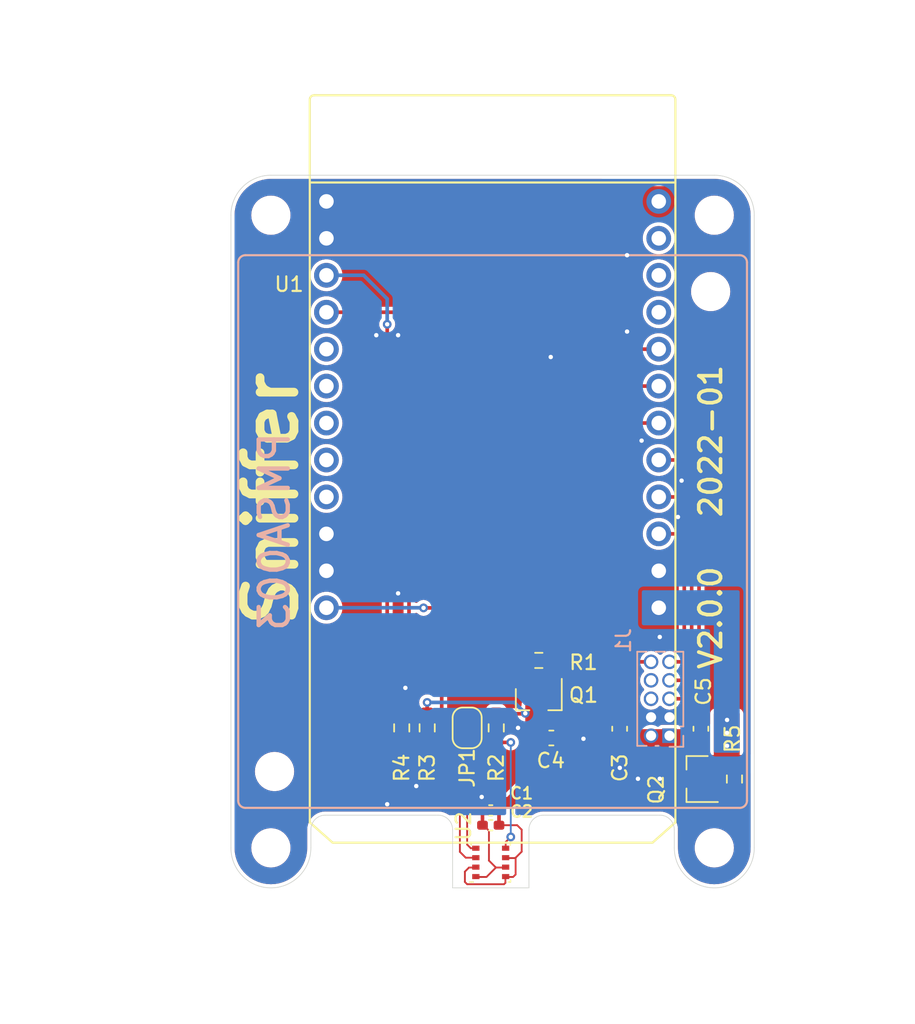
<source format=kicad_pcb>
(kicad_pcb (version 20211014) (generator pcbnew)
  (layers (0 "F.Cu" signal) (31 "B.Cu" signal) (34 "B.Paste" user) (35 "F.Paste" user) (36 "B.SilkS" user "B.Silkscreen") (37 "F.SilkS" user "F.Silkscreen") (38 "B.Mask" user) (39 "F.Mask" user) (44 "Edge.Cuts" user))
  (net 0 "")
  (net 1 "+3V3")
  (net 2 "GND")
  (net 3 "/SCL")
  (net 4 "/SDA")
  (net 5 "/BME_VDDIO")
  (net 6 "Net-(J2-Pad1)")
  (net 7 "+5V")
  (net 8 "/PMS_RESET")
  (net 10 "/PMS_RX")
  (net 12 "/PMS_TX")
  (net 13 "/PMS_SET")
  (net 14 "Net-(JP1-Pad1)")
  (net 21 "/BME_PWR_EN")
  (net 22 "/PMS_PWR_EN")
  (footprint "Package_TO_SOT_SMD:SOT-23" (layer "F.Cu") (at 103.9785 113.028 -90)
    (fp_text reference "Q1" (at -0.278 -3.0715 180) (layer "F.SilkS"))
    (fp_text value "Si2371EDS")
    (fp_line (start 0.76 -1.58) (end -1.4 -1.58) (layer "F.SilkS") (width 0.12))
    (fp_line (start 0.76 1.58) (end -0.7 1.58) (layer "F.SilkS") (width 0.12))
    (fp_line (start 0.76 -1.58) (end 0.76 -0.65) (layer "F.SilkS") (width 0.12))
    (fp_line (start 0.76 1.58) (end 0.76 0.65) (layer "F.SilkS") (width 0.12))
    (pad "1" smd rect locked (at -1 -0.95 270) (size 0.9 0.8) (layers "F.Cu" "F.Paste" "F.Mask") (net 21 "/BME_PWR_EN"))
    (pad "2" smd rect locked (at -1 0.95 270) (size 0.9 0.8) (layers "F.Cu" "F.Paste" "F.Mask") (net 1 "+3V3"))
    (pad "3" smd rect locked (at 1 0 270) (size 0.9 0.8) (layers "F.Cu" "F.Paste" "F.Mask") (net 5 "/BME_VDDIO"))
  )
  (footprint "sniffer:TTGO-T-DISPLAY-OL-2" (layer "F.Cu") (at 100.8 91.5)
    (fp_text reference "U1" (at -14 -7) (layer "F.SilkS"))
    (fp_text value "TTGO-T-Display")
    (fp_line (start -12.575 30) (end -11 31.394) (layer "F.SilkS") (width 0.15))
    (fp_line (start -12.275 -20) (end 12.275 -20) (layer "F.SilkS") (width 0.15))
    (fp_line (start 12.575 30) (end 12.575 -19.7) (layer "F.SilkS") (width 0.15))
    (fp_line (start -12.575 30) (end -12.575 -19.7) (layer "F.SilkS") (width 0.15))
    (fp_line (start -12.575 -14) (end 12.575 -14) (layer "F.SilkS") (width 0.15))
    (fp_line (start -11 31.394) (end 11 31.394) (layer "F.SilkS") (width 0.15))
    (fp_line (start 11 31.394) (end 12.575 30) (layer "F.SilkS") (width 0.15))
    (fp_arc (start -12.575 -19.7) (mid -12.487132 -19.912132) (end -12.275 -20) (layer "F.SilkS") (width 0.15))
    (fp_arc (start 12.275 -20) (mid 12.487132 -19.912132) (end 12.575 -19.7) (layer "F.SilkS") (width 0.15))
    (pad "2" thru_hole circle locked (at -11.43 0) (size 1.7 1.7) (drill 1) (layers *.Cu *.Mask))
    (pad "3V3_0" thru_hole circle locked (at -11.43 15.24) (size 1.7 1.7) (drill 1) (layers *.Cu *.Mask) (net 1 "+3V3"))
    (pad "3V3_1" thru_hole circle locked (at 11.43 -12.7) (size 1.7 1.7) (drill 1) (layers *.Cu *.Mask) (net 1 "+3V3"))
    (pad "5V" thru_hole circle locked (at 11.43 15.24) (size 1.7 1.7) (drill 1) (layers *.Cu *.Mask) (net 7 "+5V"))
    (pad "12" thru_hole circle locked (at -11.43 7.62) (size 1.7 1.7) (drill 1) (layers *.Cu *.Mask))
    (pad "13" thru_hole circle locked (at -11.43 5.08) (size 1.7 1.7) (drill 1) (layers *.Cu *.Mask))
    (pad "15" thru_hole circle locked (at -11.43 2.54) (size 1.7 1.7) (drill 1) (layers *.Cu *.Mask))
    (pad "17" thru_hole circle locked (at -11.43 -2.54) (size 1.7 1.7) (drill 1) (layers *.Cu *.Mask))
    (pad "21" thru_hole circle locked (at -11.43 -7.62) (size 1.7 1.7) (drill 1) (layers *.Cu *.Mask) (net 4 "/SDA"))
    (pad "22" thru_hole circle locked (at -11.43 -5.08) (size 1.7 1.7) (drill 1) (layers *.Cu *.Mask) (net 3 "/SCL"))
    (pad "25" thru_hole circle locked (at 11.43 5.08) (size 1.7 1.7) (drill 1) (layers *.Cu *.Mask) (net 8 "/PMS_RESET"))
    (pad "26" thru_hole circle locked (at 11.43 7.62) (size 1.7 1.7) (drill 1) (layers *.Cu *.Mask) (net 10 "/PMS_RX"))
    (pad "27" thru_hole circle locked (at 11.43 10.16) (size 1.7 1.7) (drill 1) (layers *.Cu *.Mask) (net 12 "/PMS_TX"))
    (pad "32" thru_hole circle locked (at 11.43 0) (size 1.7 1.7) (drill 1) (layers *.Cu *.Mask) (net 22 "/PMS_PWR_EN"))
    (pad "33" thru_hole circle locked (at 11.43 2.54) (size 1.7 1.7) (drill 1) (layers *.Cu *.Mask) (net 13 "/PMS_SET"))
    (pad "36" thru_hole circle locked (at 11.43 -10.16) (size 1.7 1.7) (drill 1) (layers *.Cu *.Mask))
    (pad "37" thru_hole circle locked (at 11.43 -7.62) (size 1.7 1.7) (drill 1) (layers *.Cu *.Mask))
    (pad "38" thru_hole circle locked (at 11.43 -5.08) (size 1.7 1.7) (drill 1) (layers *.Cu *.Mask))
    (pad "39" thru_hole circle locked (at 11.43 -2.54) (size 1.7 1.7) (drill 1) (layers *.Cu *.Mask) (net 21 "/BME_PWR_EN"))
    (pad "GND_0" thru_hole circle locked (at -11.43 -12.7) (size 1.7 1.7) (drill 1) (layers *.Cu *.Mask) (net 2 "GND"))
    (pad "GND_1" thru_hole circle locked (at -11.43 -10.16) (size 1.7 1.7) (drill 1) (layers *.Cu *.Mask) (net 2 "GND"))
    (pad "GND_2" thru_hole circle locked (at -11.43 10.16) (size 1.7 1.7) (drill 1) (layers *.Cu *.Mask) (net 2 "GND"))
    (pad "GND_3" thru_hole circle locked (at -11.43 12.7) (size 1.7 1.7) (drill 1) (layers *.Cu *.Mask) (net 2 "GND"))
    (pad "GND_4" thru_hole circle locked (at 11.43 12.7) (size 1.7 1.7) (drill 1) (layers *.Cu *.Mask) (net 2 "GND"))
  )
  (footprint "Jumper:SolderJumper-2_P1.3mm_Bridged_RoundedPad1.0x1.5mm" (layer "F.Cu") (at 99.05 115 90)
    (fp_text reference "JP1" (at -2.75 0 90) (layer "F.SilkS"))
    (fp_text value "SolderJumper_2_Bridged")
    (fp_poly (pts (xy 0.25 -0.3) (xy -0.25 -0.3) (xy -0.25 0.3) (xy 0.25 0.3)) (layer "F.Cu") (width 0) (fill solid))
    (fp_line (start -1.4 0.3) (end -1.4 -0.3) (layer "F.SilkS") (width 0.12))
    (fp_line (start 0.7 1) (end -0.7 1) (layer "F.SilkS") (width 0.12))
    (fp_line (start 1.4 -0.3) (end 1.4 0.3) (layer "F.SilkS") (width 0.12))
    (fp_line (start -0.7 -1) (end 0.7 -1) (layer "F.SilkS") (width 0.12))
    (fp_arc (start -1.4 -0.3) (mid -1.194975 -0.794975) (end -0.7 -1) (layer "F.SilkS") (width 0.12))
    (fp_arc (start 0.7 -1) (mid 1.194975 -0.794975) (end 1.4 -0.3) (layer "F.SilkS") (width 0.12))
    (fp_arc (start -0.7 1) (mid -1.194975 0.794975) (end -1.4 0.3) (layer "F.SilkS") (width 0.12))
    (fp_arc (start 1.4 0.3) (mid 1.194975 0.794975) (end 0.7 1) (layer "F.SilkS") (width 0.12))
    (pad "1" smd custom locked (at -0.65 0 90) (size 1 0.5) (layers "F.Cu" "F.Mask") (net 14 "Net-(JP1-Pad1)") (options (clearance outline) (anchor rect)) (primitives (gr_circle (center 0 0.25) (end 0.5 0.25) (width 0) (fill yes)) (gr_circle (center 0 -0.25) (end 0.5 -0.25) (width 0) (fill yes)) (gr_poly (pts (xy 0 -0.75) (xy 0.5 -0.75) (xy 0.5 0.75) (xy 0 0.75)) (width 0) (fill yes))))
    (pad "2" smd custom locked (at 0.65 0 90) (size 1 0.5) (layers "F.Cu" "F.Mask") (net 2 "GND") (options (clearance outline) (anchor rect)) (primitives (gr_circle (center 0 0.25) (end 0.5 0.25) (width 0) (fill yes)) (gr_circle (center 0 -0.25) (end 0.5 -0.25) (width 0) (fill yes)) (gr_poly (pts (xy 0 -0.75) (xy -0.5 -0.75) (xy -0.5 0.75) (xy 0 0.75)) (width 0) (fill yes))))
  )
  (footprint "Package_TO_SOT_SMD:SOT-23" (layer "F.Cu") (at 114.897 118.518 180)
    (fp_text reference "Q2" (at 2.847 -0.732 90) (layer "F.SilkS"))
    (fp_text value "Si2371EDS")
    (fp_line (start 0.76 -1.58) (end -1.4 -1.58) (layer "F.SilkS") (width 0.12))
    (fp_line (start 0.76 1.58) (end -0.7 1.58) (layer "F.SilkS") (width 0.12))
    (fp_line (start 0.76 1.58) (end 0.76 0.65) (layer "F.SilkS") (width 0.12))
    (fp_line (start 0.76 -1.58) (end 0.76 -0.65) (layer "F.SilkS") (width 0.12))
    (pad "1" smd rect locked (at -1 -0.95 180) (size 0.9 0.8) (layers "F.Cu" "F.Paste" "F.Mask") (net 22 "/PMS_PWR_EN"))
    (pad "2" smd rect locked (at -1 0.95 180) (size 0.9 0.8) (layers "F.Cu" "F.Paste" "F.Mask") (net 7 "+5V"))
    (pad "3" smd rect locked (at 1 0 180) (size 0.9 0.8) (layers "F.Cu" "F.Paste" "F.Mask") (net 6 "Net-(J2-Pad1)"))
  )
  (footprint "Capacitor_SMD:C_0402_1005Metric_Pad0.74x0.62mm_HandSolder" (layer "F.Cu") (at 100.673 120.677 180)
    (fp_text reference "C1" (at -2.127 1.177) (layer "F.SilkS") (effects (font (size 0.8 0.8))))
    (fp_text value "100n")
    (fp_line (start -0.115835 0.36) (end 0.115835 0.36) (layer "F.SilkS") (width 0.12))
    (fp_line (start -0.115835 -0.36) (end 0.115835 -0.36) (layer "F.SilkS") (width 0.12))
    (pad "1" smd roundrect (at -0.5675 0 180) (size 0.735 0.62) (layers "F.Cu" "F.Paste" "F.Mask") (net 5 "/BME_VDDIO"))
    (pad "2" smd roundrect (at 0.5675 0 180) (size 0.735 0.62) (layers "F.Cu" "F.Paste" "F.Mask") (net 2 "GND"))
  )
  (footprint "Capacitor_SMD:C_0603_1608Metric_Pad1.08x0.95mm_HandSolder" (layer "F.Cu") (at 104.841 115.695)
    (fp_text reference "C4" (at -0.041 1.555) (layer "F.SilkS"))
    (fp_text value "1u")
    (fp_line (start -0.146267 -0.51) (end 0.146267 -0.51) (layer "F.SilkS") (width 0.12))
    (fp_line (start -0.146267 0.51) (end 0.146267 0.51) (layer "F.SilkS") (width 0.12))
    (pad "1" smd roundrect (at -0.8625 0) (size 1.075 0.95) (layers "F.Cu" "F.Paste" "F.Mask") (net 5 "/BME_VDDIO"))
    (pad "2" smd roundrect (at 0.8625 0) (size 1.075 0.95) (layers "F.Cu" "F.Paste" "F.Mask") (net 2 "GND"))
  )
  (footprint "Resistor_SMD:R_0603_1608Metric_Pad0.98x0.95mm_HandSolder" (layer "F.Cu") (at 117.437 118.518 -90)
    (fp_text reference "R5" (at -2.768 0.137 90) (layer "F.SilkS"))
    (fp_text value "100k")
    (fp_line (start -0.254724 0.5225) (end 0.254724 0.5225) (layer "F.SilkS") (width 0.12))
    (fp_line (start -0.254724 -0.5225) (end 0.254724 -0.5225) (layer "F.SilkS") (width 0.12))
    (pad "1" smd roundrect (at -0.9125 0 270) (size 0.975 0.95) (layers "F.Cu" "F.Paste" "F.Mask") (net 7 "+5V"))
    (pad "2" smd roundrect (at 0.9125 0 270) (size 0.975 0.95) (layers "F.Cu" "F.Paste" "F.Mask") (net 22 "/PMS_PWR_EN"))
  )
  (footprint "Capacitor_SMD:C_0402_1005Metric_Pad0.74x0.62mm_HandSolder" (layer "F.Cu") (at 100.673 121.693 180)
    (fp_text reference "C2" (at -2.127 0.943) (layer "F.SilkS") (effects (font (size 0.8 0.8))))
    (fp_text value "100n")
    (fp_line (start -0.115835 0.36) (end 0.115835 0.36) (layer "F.SilkS") (width 0.12))
    (fp_line (start -0.115835 -0.36) (end 0.115835 -0.36) (layer "F.SilkS") (width 0.12))
    (pad "1" smd roundrect (at -0.5675 0 180) (size 0.735 0.62) (layers "F.Cu" "F.Paste" "F.Mask") (net 5 "/BME_VDDIO"))
    (pad "2" smd roundrect (at 0.5675 0 180) (size 0.735 0.62) (layers "F.Cu" "F.Paste" "F.Mask") (net 2 "GND"))
  )
  (footprint "MountingHole:MountingHole_2.2mm_M2" (layer "F.Cu") (at 116.05 79.75)
    (fp_text reference "H2" hide)
    (fp_text value "MountingHole")
    (pad "" np_thru_hole circle locked (at 0 0) (size 2.2 2.2) (drill 2.2) (layers *.Cu *.Mask))
  )
  (footprint "MountingHole:MountingHole_2.2mm_M2" (layer "F.Cu") (at 116.05 123.25)
    (fp_text reference "H4" hide)
    (fp_text value "MountingHole")
    (pad "" np_thru_hole circle locked (at 0 0) (size 2.2 2.2) (drill 2.2) (layers *.Cu *.Mask))
  )
  (footprint "MountingHole:MountingHole_2.2mm_M2" (layer "F.Cu") (at 85.55 79.75)
    (fp_text reference "H1" hide)
    (fp_text value "MountingHole")
    (pad "" np_thru_hole circle locked (at 0 0) (size 2.2 2.2) (drill 2.2) (layers *.Cu *.Mask))
  )
  (footprint "MountingHole:MountingHole_2.2mm_M2" (layer "F.Cu") (at 85.55 123.25)
    (fp_text reference "H3" hide)
    (fp_text value "MountingHole")
    (pad "" np_thru_hole circle locked (at 0 0) (size 2.2 2.2) (drill 2.2) (layers *.Cu *.Mask))
  )
  (footprint "Resistor_SMD:R_0603_1608Metric_Pad0.98x0.95mm_HandSolder" (layer "F.Cu") (at 103.9785 110.361 180)
    (fp_text reference "R1" (at -3.0715 -0.139) (layer "F.SilkS"))
    (fp_text value "100k")
    (fp_line (start -0.254724 0.5225) (end 0.254724 0.5225) (layer "F.SilkS") (width 0.12))
    (fp_line (start -0.254724 -0.5225) (end 0.254724 -0.5225) (layer "F.SilkS") (width 0.12))
    (pad "1" smd roundrect (at -0.9125 0 180) (size 0.975 0.95) (layers "F.Cu" "F.Paste" "F.Mask") (net 21 "/BME_PWR_EN"))
    (pad "2" smd roundrect (at 0.9125 0 180) (size 0.975 0.95) (layers "F.Cu" "F.Paste" "F.Mask") (net 1 "+3V3"))
  )
  (footprint "Package_LGA:Bosch_LGA-8_2.5x2.5mm_P0.65mm_ClockwisePinNumbering" (layer "F.Cu") (at 100.673 124.25 90)
    (fp_text reference "U2" (at 2.5 -1.873 90) (layer "F.SilkS"))
    (fp_text value "BME280")
    (fp_line (start -1.35 1.35) (end -1.35 1.2) (layer "F.SilkS") (width 0.1))
    (fp_line (start 1.35 1.35) (end 1.2 1.35) (layer "F.SilkS") (width 0.1))
    (fp_line (start 1.35 1.35) (end 1.35 1.2) (layer "F.SilkS") (width 0.1))
    (fp_line (start -1.35 -1.2) (end -1.35 -1.45) (layer "F.SilkS") (width 0.1))
    (fp_line (start 1.2 -1.35) (end 1.35 -1.35) (layer "F.SilkS") (width 0.1))
    (fp_line (start -1.35 1.36) (end -1.2 1.36) (layer "F.SilkS") (width 0.1))
    (fp_line (start 1.35 -1.35) (end 1.35 -1.2) (layer "F.SilkS") (width 0.1))
    (pad "1" smd rect (at -0.975 -1.025 180) (size 0.5 0.35) (layers "F.Cu" "F.Paste" "F.Mask") (net 2 "GND"))
    (pad "2" smd rect (at -0.325 -1.025 180) (size 0.5 0.35) (layers "F.Cu" "F.Paste" "F.Mask") (net 5 "/BME_VDDIO"))
    (pad "3" smd rect (at 0.325 -1.025 180) (size 0.5 0.35) (layers "F.Cu" "F.Paste" "F.Mask") (net 4 "/SDA"))
    (pad "4" smd rect (at 0.975 -1.025 180) (size 0.5 0.35) (layers "F.Cu" "F.Paste" "F.Mask") (net 3 "/SCL"))
    (pad "5" smd rect (at 0.975 1.025 180) (size 0.5 0.35) (layers "F.Cu" "F.Paste" "F.Mask") (net 14 "Net-(JP1-Pad1)"))
    (pad "6" smd rect (at 0.325 1.025 180) (size 0.5 0.35) (layers "F.Cu" "F.Paste" "F.Mask") (net 5 "/BME_VDDIO"))
    (pad "7" smd rect (at -0.325 1.025 180) (size 0.5 0.35) (layers "F.Cu" "F.Paste" "F.Mask") (net 2 "GND"))
    (pad "8" smd rect (at -0.975 1.025 180) (size 0.5 0.35) (layers "F.Cu" "F.Paste" "F.Mask") (net 5 "/BME_VDDIO"))
  )
  (footprint "Capacitor_SMD:C_0603_1608Metric_Pad1.08x0.95mm_HandSolder" (layer "F.Cu") (at 115.128 115.06 90)
    (fp_text reference "C5" (at 2.56 0.172 90) (layer "F.SilkS"))
    (fp_text value "1u")
    (fp_line (start -0.146267 -0.51) (end 0.146267 -0.51) (layer "F.SilkS") (width 0.12))
    (fp_line (start -0.146267 0.51) (end 0.146267 0.51) (layer "F.SilkS") (width 0.12))
    (pad "1" smd roundrect (at -0.8625 0 90) (size 1.075 0.95) (layers "F.Cu" "F.Paste" "F.Mask") (net 6 "Net-(J2-Pad1)"))
    (pad "2" smd roundrect (at 0.8625 0 90) (size 1.075 0.95) (layers "F.Cu" "F.Paste" "F.Mask") (net 2 "GND"))
  )
  (footprint "Capacitor_SMD:C_0603_1608Metric_Pad1.08x0.95mm_HandSolder" (layer "F.Cu") (at 109.54 115.06 90)
    (fp_text reference "C3" (at -2.69 0.01 90) (layer "F.SilkS"))
    (fp_text value "100n")
    (fp_line (start -0.146267 0.51) (end 0.146267 0.51) (layer "F.SilkS") (width 0.12))
    (fp_line (start -0.146267 -0.51) (end 0.146267 -0.51) (layer "F.SilkS") (width 0.12))
    (pad "1" smd roundrect (at -0.8625 0 90) (size 1.075 0.95) (layers "F.Cu" "F.Paste" "F.Mask") (net 6 "Net-(J2-Pad1)"))
    (pad "2" smd roundrect (at 0.8625 0 90) (size 1.075 0.95) (layers "F.Cu" "F.Paste" "F.Mask") (net 2 "GND"))
  )
  (footprint "Resistor_SMD:R_0603_1608Metric_Pad0.98x0.95mm_HandSolder" (layer "F.Cu") (at 94.55 115 90)
    (fp_text reference "R4" (at -2.75 0 90) (layer "F.SilkS"))
    (fp_text value "4.7k")
    (fp_line (start -0.254724 0.5225) (end 0.254724 0.5225) (layer "F.SilkS") (width 0.12))
    (fp_line (start -0.254724 -0.5225) (end 0.254724 -0.5225) (layer "F.SilkS") (width 0.12))
    (pad "1" smd roundrect (at -0.9125 0 90) (size 0.975 0.95) (layers "F.Cu" "F.Paste" "F.Mask") (net 4 "/SDA"))
    (pad "2" smd roundrect (at 0.9125 0 90) (size 0.975 0.95) (layers "F.Cu" "F.Paste" "F.Mask") (net 5 "/BME_VDDIO"))
  )
  (footprint "Resistor_SMD:R_0603_1608Metric_Pad0.98x0.95mm_HandSolder" (layer "F.Cu") (at 101.05 115 90)
    (fp_text reference "R2" (at -2.75 0 90) (layer "F.SilkS"))
    (fp_text value "100k")
    (fp_line (start -0.254724 0.5225) (end 0.254724 0.5225) (layer "F.SilkS") (width 0.12))
    (fp_line (start -0.254724 -0.5225) (end 0.254724 -0.5225) (layer "F.SilkS") (width 0.12))
    (pad "1" smd roundrect (at -0.9125 0 90) (size 0.975 0.95) (layers "F.Cu" "F.Paste" "F.Mask") (net 14 "Net-(JP1-Pad1)"))
    (pad "2" smd roundrect (at 0.9125 0 90) (size 0.975 0.95) (layers "F.Cu" "F.Paste" "F.Mask") (net 5 "/BME_VDDIO"))
  )
  (footprint "Resistor_SMD:R_0603_1608Metric_Pad0.98x0.95mm_HandSolder" (layer "F.Cu") (at 96.3 115 90)
    (fp_text reference "R3" (at -2.75 0 90) (layer "F.SilkS"))
    (fp_text value "4.7k")
    (fp_line (start -0.254724 0.5225) (end 0.254724 0.5225) (layer "F.SilkS") (width 0.12))
    (fp_line (start -0.254724 -0.5225) (end 0.254724 -0.5225) (layer "F.SilkS") (width 0.12))
    (pad "1" smd roundrect (at -0.9125 0 90) (size 0.975 0.95) (layers "F.Cu" "F.Paste" "F.Mask") (net 3 "/SCL"))
    (pad "2" smd roundrect (at 0.9125 0 90) (size 0.975 0.95) (layers "F.Cu" "F.Paste" "F.Mask") (net 5 "/BME_VDDIO"))
  )
  (footprint "sniffer:PMSA003" (layer "B.Cu") (at 100.8 101.5 90)
    (fp_text reference "J1" (at -7.5 9 90) (layer "B.SilkS") (effects (justify mirror)))
    (fp_text value "PMSA003" (at 0 -15 90) (layer "B.SilkS") (effects (font (size 2 2) (thickness 0.3)) (justify mirror)))
    (fp_line (start -18.5 17.5) (end 18.5 17.5) (layer "B.SilkS") (width 0.15))
    (fp_line (start 19 17) (end 19 -17) (layer "B.SilkS") (width 0.15))
    (fp_line (start -13.405 13.12) (end -8.265 13.12) (layer "B.SilkS") (width 0.12))
    (fp_line (start -8.265 12.47753) (end -8.265 13.12) (layer "B.SilkS") (width 0.12))
    (fp_line (start -19 -17) (end -19 17) (layer "B.SilkS") (width 0.15))
    (fp_line (start -14.8 13.12) (end -14.04 13.12) (layer "B.SilkS") (width 0.12))
    (fp_line (start -13.405 12.93) (end -13.405 13.12) (layer "B.SilkS") (width 0.12))
    (fp_line (start -8.265 9.95) (end -8.265 10.59247) (layer "B.SilkS") (width 0.12))
    (fp_line (start -14.735 11.20753) (end -14.735 11.41) (layer "B.SilkS") (width 0.12))
    (fp_line (start -14.735 9.95) (end -14.735 10.59247) (layer "B.SilkS") (width 0.12))
    (fp_line (start -8.265 11.20753) (end -8.265 11.86247) (layer "B.SilkS") (width 0.12))
    (fp_line (start 18.5 -17.5) (end -18.5 -17.5) (layer "B.SilkS") (width 0.15))
    (fp_line (start -14.8 12.17) (end -14.8 13.12) (layer "B.SilkS") (width 0.12))
    (fp_line (start -14.735 9.95) (end -8.265 9.95) (layer "B.SilkS") (width 0.12))
    (fp_arc (start -18.5 17.5) (mid -18.853553 17.353553) (end -19 17) (layer "B.SilkS") (width 0.15))
    (fp_arc (start 18.5 -17.5) (mid 18.853553 -17.353553) (end 19 -17) (layer "B.SilkS") (width 0.15))
    (fp_arc (start 19 17) (mid 18.853553 17.353553) (end 18.5 17.5) (layer "B.SilkS") (width 0.15))
    (fp_arc (start -19 -17) (mid -18.853553 -17.353553) (end -18.5 -17.5) (layer "B.SilkS") (width 0.15))
    (pad "" np_thru_hole circle locked (at -16.5 -15 90) (size 2.2 2.2) (drill 2.2) (layers *.Cu *.Mask))
    (pad "" np_thru_hole circle locked (at 16.5 15 90) (size 2.2 2.2) (drill 2.2) (layers *.Cu *.Mask))
    (pad "1" thru_hole rect locked (at -14.04 12.17) (size 1 1) (drill 0.7) (layers *.Cu *.Mask) (net 6 "Net-(J2-Pad1)"))
    (pad "2" thru_hole oval locked (at -14.04 10.9) (size 1 1) (drill 0.7) (layers *.Cu *.Mask) (net 6 "Net-(J2-Pad1)"))
    (pad "3" thru_hole oval locked (at -12.77 12.17) (size 1 1) (drill 0.7) (layers *.Cu *.Mask) (net 2 "GND"))
    (pad "4" thru_hole oval locked (at -12.77 10.9) (size 1 1) (drill 0.7) (layers *.Cu *.Mask) (net 2 "GND"))
    (pad "5" thru_hole oval locked (at -11.5 12.17) (size 1 1) (drill 0.7) (layers *.Cu *.Mask) (net 8 "/PMS_RESET"))
    (pad "6" thru_hole oval locked (at -11.5 10.9) (size 1 1) (drill 0.7) (layers *.Cu *.Mask))
    (pad "7" thru_hole oval locked (at -10.23 12.17) (size 1 1) (drill 0.7) (layers *.Cu *.Mask) (net 10 "/PMS_RX"))
    (pad "8" thru_hole oval locked (at -10.23 10.9) (size 1 1) (drill 0.7) (layers *.Cu *.Mask))
    (pad "9" thru_hole oval locked (at -8.96 12.17) (size 1 1) (drill 0.7) (layers *.Cu *.Mask) (net 12 "/PMS_TX"))
    (pad "10" thru_hole oval locked (at -8.96 10.9) (size 1 1) (drill 0.7) (layers *.Cu *.Mask) (net 13 "/PMS_SET"))
  )
  (gr_line (start 118.8 79.75) (end 118.8 123.25) (layer "Edge.Cuts") (width 0.05))
  (gr_line (start 113.3 122) (end 113.3 123.25) (layer "Edge.Cuts") (width 0.05))
  (gr_arc (start 112.3 121) (mid 113.007107 121.292893) (end 113.3 122) (layer "Edge.Cuts") (width 0.05))
  (gr_line (start 85.55 77) (end 116.05 77) (layer "Edge.Cuts") (width 0.05))
  (gr_line (start 98.05 122) (end 98.05 126) (layer "Edge.Cuts") (width 0.05))
  (gr_arc (start 82.8 79.75) (mid 83.605456 77.805456) (end 85.55 77) (layer "Edge.Cuts") (width 0.05))
  (gr_line (start 98.05 126) (end 103.3 126) (layer "Edge.Cuts") (width 0.05))
  (gr_line (start 88.3 123.25) (end 88.3 122) (layer "Edge.Cuts") (width 0.05))
  (gr_line (start 104.3 121) (end 112.3 121) (layer "Edge.Cuts") (width 0.05))
  (gr_arc (start 118.8 123.25) (mid 116.05 126) (end 113.3 123.25) (layer "Edge.Cuts") (width 0.05))
  (gr_arc (start 88.3 123.25) (mid 85.55 126) (end 82.8 123.25) (layer "Edge.Cuts") (width 0.05))
  (gr_arc (start 88.3 122) (mid 88.592893 121.292893) (end 89.3 121) (layer "Edge.Cuts") (width 0.05))
  (gr_line (start 89.3 121) (end 97.05 121) (layer "Edge.Cuts") (width 0.05))
  (gr_line (start 82.8 123.25) (end 82.8 79.75) (layer "Edge.Cuts") (width 0.05))
  (gr_arc (start 97.05 121) (mid 97.757107 121.292893) (end 98.05 122) (layer "Edge.Cuts") (width 0.05))
  (gr_arc (start 103.3 122) (mid 103.592893 121.292893) (end 104.3 121) (layer "Edge.Cuts") (width 0.05))
  (gr_line (start 103.3 126) (end 103.3 122) (layer "Edge.Cuts") (width 0.05))
  (gr_arc (start 116.05 77) (mid 117.994544 77.805456) (end 118.8 79.75) (layer "Edge.Cuts") (width 0.05))
  (gr_text "Sniffer" (at 85.55 99.25 90) (layer "F.SilkS") (effects (font (size 3.5 3.5) (thickness 0.6))))
  (gr_text "V2.0.0   2022-01" (at 115.8 100.5 90) (layer "F.SilkS") (effects (font (size 1.5 1.5) (thickness 0.25))))
  (segment (start 103.0285 84.3715) (end 103.0285 84.7715) (width 0.5) (layer "F.Cu") (net 1))
  (segment (start 96.05 106.75) (end 103.007 106.75) (width 0.25) (layer "F.Cu") (net 1))
  (segment (start 103.007 106.75) (end 103.0285 106.7285) (width 0.25) (layer "F.Cu") (net 1))
  (segment (start 103.0285 112.028) (end 103.0285 106.7285) (width 0.5) (layer "F.Cu") (net 1))
  (segment (start 108.6 78.8) (end 103.0285 84.3715) (width 0.5) (layer "F.Cu") (net 1))
  (segment (start 108.6 78.8) (end 112.23 78.8) (width 0.5) (layer "F.Cu") (net 1))
  (segment (start 103.0285 106.7285) (end 103.0285 84.7715) (width 0.5) (layer "F.Cu") (net 1))
  (via (at 96.05 106.75) (size 0.6) (drill 0.3) (layers "F.Cu" "B.Cu") (net 1))
  (segment (start 96.05 106.75) (end 96.04 106.74) (width 0.25) (layer "B.Cu") (net 1))
  (segment (start 96.04 106.74) (end 89.37 106.74) (width 0.25) (layer "B.Cu") (net 1))
  (segment (start 101.031 124.602) (end 101.6825 124.602) (width 0.125) (layer "F.Cu") (net 2))
  (segment (start 100.55 124.127) (end 101.025 124.602) (width 0.125) (layer "F.Cu") (net 2))
  (segment (start 100.381 125.252) (end 101.031 124.602) (width 0.125) (layer "F.Cu") (net 2))
  (segment (start 101.025 124.602) (end 101.031 124.602) (width 0.125) (layer "F.Cu") (net 2))
  (segment (start 100.17425 121.693) (end 100.55 122.06875) (width 0.125) (layer "F.Cu") (net 2))
  (segment (start 100.1055 120.677) (end 100.1055 121.693) (width 0.25) (layer "F.Cu") (net 2))
  (segment (start 99.6325 125.252) (end 100.381 125.252) (width 0.125) (layer "F.Cu") (net 2))
  (segment (start 100.55 122.06875) (end 100.55 124.127) (width 0.125) (layer "F.Cu") (net 2))
  (via (at 112.3 118.5) (size 0.6) (drill 0.3) (layers "F.Cu" "B.Cu") (net 2))
  (via (at 113.55 100.5) (size 0.6) (drill 0.3) (layers "F.Cu" "B.Cu") (net 2))
  (via (at 110.05 87.75) (size 0.6) (drill 0.3) (layers "F.Cu" "B.Cu") (net 2))
  (via (at 110.8 118.5) (size 0.6) (drill 0.3) (layers "F.Cu" "B.Cu") (net 2))
  (via (at 94.8 112.25) (size 0.6) (drill 0.3) (layers "F.Cu" "B.Cu") (net 2))
  (via (at 113.8 98) (size 0.6) (drill 0.3) (layers "F.Cu" "B.Cu") (net 2))
  (via (at 92.8 88) (size 0.6) (drill 0.3) (layers "F.Cu" "B.Cu") (net 2))
  (via (at 95.55 119) (size 0.6) (drill 0.3) (layers "F.Cu" "B.Cu") (net 2))
  (via (at 93.55 120.25) (size 0.6) (drill 0.3) (layers "F.Cu" "B.Cu") (net 2))
  (via (at 94.3 88) (size 0.6) (drill 0.3) (layers "F.Cu" "B.Cu") (net 2))
  (via (at 110.05 82.5) (size 0.6) (drill 0.3) (layers "F.Cu" "B.Cu") (net 2))
  (via (at 107.05 115.75) (size 0.6) (drill 0.3) (layers "F.Cu" "B.Cu") (net 2))
  (via (at 102.55 115) (size 0.6) (drill 0.3) (layers "F.Cu" "B.Cu") (net 2))
  (via (at 111.05 95.25) (size 0.6) (drill 0.3) (layers "F.Cu" "B.Cu") (net 2))
  (via (at 100.05 119.75) (size 0.6) (drill 0.3) (layers "F.Cu" "B.Cu") (net 2))
  (via (at 94.3 105.75) (size 0.6) (drill 0.3) (layers "F.Cu" "B.Cu") (net 2))
  (via (at 104.8 89.5) (size 0.6) (drill 0.3) (layers "F.Cu" "B.Cu") (net 2))
  (via (at 109.55 117.75) (size 0.6) (drill 0.3) (layers "F.Cu" "B.Cu") (net 2))
  (via (at 112.3 108.75) (size 0.6) (drill 0.3) (layers "F.Cu" "B.Cu") (net 2))
  (segment (start 95.05 110.5) (end 95.05 87.25) (width 0.25) (layer "F.Cu") (net 3))
  (segment (start 99.648 123.275) (end 99.3 123.275) (width 0.125) (layer "F.Cu") (net 3))
  (segment (start 96.3 115.9125) (end 97.1375 115.9125) (width 0.25) (layer "F.Cu") (net 3))
  (segment (start 99.05 120.5) (end 98.05 119.5) (width 0.25) (layer "F.Cu") (net 3))
  (segment (start 99.05 123.025) (end 99.05 120.5) (width 0.125) (layer "F.Cu") (net 3))
  (segment (start 97.3 112.75) (end 95.05 110.5) (width 0.25) (layer "F.Cu") (net 3))
  (segment (start 97.1375 115.9125) (end 97.3 115.75) (width 0.25) (layer "F.Cu") (net 3))
  (segment (start 94.22 86.42) (end 89.37 86.42) (width 0.25) (layer "F.Cu") (net 3))
  (segment (start 96.8 119.5) (end 96.3 119) (width 0.25) (layer "F.Cu") (net 3))
  (segment (start 95.05 87.25) (end 94.22 86.42) (width 0.25) (layer "F.Cu") (net 3))
  (segment (start 99.3 123.275) (end 99.05 123.025) (width 0.125) (layer "F.Cu") (net 3))
  (segment (start 98.05 119.5) (end 96.8 119.5) (width 0.25) (layer "F.Cu") (net 3))
  (segment (start 97.3 115.75) (end 97.3 112.75) (width 0.25) (layer "F.Cu") (net 3))
  (segment (start 96.3 119) (end 96.3 115.9125) (width 0.25) (layer "F.Cu") (net 3))
  (segment (start 94.55 119.25) (end 94.55 115.9125) (width 0.25) (layer "F.Cu") (net 4))
  (segment (start 98.55 120.75) (end 97.8 120) (width 0.25) (layer "F.Cu") (net 4))
  (segment (start 95.3 120) (end 94.55 119.25) (width 0.25) (layer "F.Cu") (net 4))
  (segment (start 99.648 123.925) (end 98.95 123.925) (width 0.125) (layer "F.Cu") (net 4))
  (segment (start 98.95 123.925) (end 98.55 123.525) (width 0.125) (layer "F.Cu") (net 4))
  (segment (start 98.55 123.525) (end 98.55 120.75) (width 0.125) (layer "F.Cu") (net 4))
  (segment (start 93.7125 115.9125) (end 93.55 115.75) (width 0.25) (layer "F.Cu") (net 4))
  (segment (start 94.55 115.9125) (end 93.7125 115.9125) (width 0.25) (layer "F.Cu") (net 4))
  (segment (start 97.8 120) (end 95.3 120) (width 0.25) (layer "F.Cu") (net 4))
  (segment (start 93.55 115.75) (end 93.55 87.25) (width 0.25) (layer "F.Cu") (net 4))
  (via (at 93.55 87.25) (size 0.6) (drill 0.3) (layers "F.Cu" "B.Cu") (net 4))
  (segment (start 93.55 87.25) (end 93.55 85.5) (width 0.25) (layer "B.Cu") (net 4))
  (segment (start 91.93 83.88) (end 89.37 83.88) (width 0.25) (layer "B.Cu") (net 4))
  (segment (start 93.55 85.5) (end 91.93 83.88) (width 0.25) (layer "B.Cu") (net 4))
  (segment (start 99.178 124.602) (end 98.895 124.885) (width 0.125) (layer "F.Cu") (net 5))
  (segment (start 101.55 120) (end 102.7785 120) (width 0.25) (layer "F.Cu") (net 5))
  (segment (start 96.3 113.5) (end 96.3 113.25) (width 0.25) (layer "F.Cu") (net 5))
  (segment (start 101.6825 125.6535) (end 101.6825 125.252) (width 0.125) (layer "F.Cu") (net 5))
  (segment (start 101.586 125.75) (end 101.6825 125.6535) (width 0.125) (layer "F.Cu") (net 5))
  (segment (start 102.493 121.693) (end 102.8 122) (width 0.125) (layer "F.Cu") (net 5))
  (segment (start 101.2405 121.693) (end 102.493 121.693) (width 0.125) (layer "F.Cu") (net 5))
  (segment (start 94.55 114.0875) (end 96.3 114.0875) (width 0.25) (layer "F.Cu") (net 5))
  (segment (start 99.05 125.75) (end 101.586 125.75) (width 0.125) (layer "F.Cu") (net 5))
  (segment (start 103.9785 118.8) (end 103.9785 114.028) (width 0.25) (layer "F.Cu") (net 5))
  (segment (start 98.895 125.595) (end 99.05 125.75) (width 0.125) (layer "F.Cu") (net 5))
  (segment (start 102.3835 125.0795) (end 102.3835 123.9285) (width 0.125) (layer "F.Cu") (net 5))
  (segment (start 96.3 114.0875) (end 96.3 113.5) (width 0.25) (layer "F.Cu") (net 5))
  (segment (start 102.3835 123.9285) (end 102.8 123.512) (width 0.125) (layer "F.Cu") (net 5))
  (segment (start 102.8 123.512) (end 102.8 122) (width 0.125) (layer "F.Cu") (net 5))
  (segment (start 101.2405 121.693) (end 101.2405 120.677) (width 0.25) (layer "F.Cu") (net 5))
  (segment (start 102.36 123.952) (end 102.3835 123.9285) (width 0.125) (layer "F.Cu") (net 5))
  (segment (start 101.6825 125.252) (end 102.211 125.252) (width 0.125) (layer "F.Cu") (net 5))
  (segment (start 102.211 125.252) (end 102.3835 125.0795) (width 0.125) (layer "F.Cu") (net 5))
  (segment (start 101.6825 123.952) (end 102.36 123.952) (width 0.125) (layer "F.Cu") (net 5))
  (segment (start 101.2405 120.677) (end 101.2405 120.3095) (width 0.25) (layer "F.Cu") (net 5))
  (segment (start 101.2405 120.3095) (end 101.55 120) (width 0.25) (layer "F.Cu") (net 5))
  (segment (start 99.6325 124.602) (end 99.178 124.602) (width 0.125) (layer "F.Cu") (net 5))
  (segment (start 102.7785 120) (end 103.9785 118.8) (width 0.25) (layer "F.Cu") (net 5))
  (segment (start 101.1095 114.028) (end 103.9785 114.028) (width 0.25) (layer "F.Cu") (net 5))
  (segment (start 98.895 124.885) (end 98.895 125.595) (width 0.125) (layer "F.Cu") (net 5))
  (via (at 96.3 113.25) (size 0.6) (drill 0.3) (layers "F.Cu" "B.Cu") (net 5))
  (via (at 103.05 114) (size 0.6) (drill 0.3) (layers "F.Cu" "B.Cu") (net 5))
  (segment (start 102.3 113.25) (end 103.05 114) (width 0.25) (layer "B.Cu") (net 5))
  (segment (start 96.3 113.25) (end 102.3 113.25) (width 0.25) (layer "B.Cu") (net 5))
  (via (at 116.929 115.343) (size 0.6) (drill 0.3) (layers "F.Cu" "B.Cu") (net 7))
  (via (at 116.929 116.232) (size 0.6) (drill 0.3) (layers "F.Cu" "B.Cu") (net 7))
  (via (at 116.929 114.454) (size 0.6) (drill 0.3) (layers "F.Cu" "B.Cu") (net 7))
  (segment (start 113.539 96.58) (end 112.23 96.58) (width 0.25) (layer "F.Cu") (net 8))
  (segment (start 115.001 111.758) (end 115.001 98.042) (width 0.25) (layer "F.Cu") (net 8))
  (segment (start 112.97 113) (end 113.759 113) (width 0.25) (layer "F.Cu") (net 8))
  (segment (start 115.001 98.042) (end 113.539 96.58) (width 0.25) (layer "F.Cu") (net 8))
  (segment (start 113.759 113) (end 115.001 111.758) (width 0.25) (layer "F.Cu") (net 8))
  (segment (start 112.97 111.73) (end 113.759 111.73) (width 0.25) (layer "F.Cu") (net 10))
  (segment (start 113.759 111.73) (end 114.493 110.996) (width 0.25) (layer "F.Cu") (net 10))
  (segment (start 114.493 100.074) (end 113.539 99.12) (width 0.25) (layer "F.Cu") (net 10))
  (segment (start 113.539 99.12) (end 112.23 99.12) (width 0.25) (layer "F.Cu") (net 10))
  (segment (start 114.493 110.996) (end 114.493 100.074) (width 0.25) (layer "F.Cu") (net 10))
  (segment (start 113.985 102.106) (end 113.539 101.66) (width 0.25) (layer "F.Cu") (net 12))
  (segment (start 112.97 110.46) (end 113.759 110.46) (width 0.25) (layer "F.Cu") (net 12))
  (segment (start 113.759 110.46) (end 113.985 110.234) (width 0.25) (layer "F.Cu") (net 12))
  (segment (start 113.985 110.234) (end 113.985 102.106) (width 0.25) (layer "F.Cu") (net 12))
  (segment (start 113.539 101.66) (end 112.23 101.66) (width 0.25) (layer "F.Cu") (net 12))
  (segment (start 111.7 110.46) (end 110.909 110.46) (width 0.25) (layer "F.Cu") (net 13))
  (segment (start 110.302 94.613) (end 110.875 94.04) (width 0.25) (layer "F.Cu") (net 13))
  (segment (start 110.875 94.04) (end 112.23 94.04) (width 0.25) (layer "F.Cu") (net 13))
  (segment (start 110.909 110.46) (end 110.302 109.853) (width 0.25) (layer "F.Cu") (net 13))
  (segment (start 110.302 109.853) (end 110.302 94.613) (width 0.25) (layer "F.Cu") (net 13))
  (segment (start 102.05 122.5) (end 101.698 122.852) (width 0.125) (layer "F.Cu") (net 14))
  (segment (start 101.698 122.852) (end 101.698 123.275) (width 0.125) (layer "F.Cu") (net 14))
  (segment (start 101.05 115.9125) (end 99.3125 115.9125) (width 0.25) (layer "F.Cu") (net 14))
  (segment (start 102.05 116) (end 101.1375 116) (width 0.25) (layer "F.Cu") (net 14))
  (via (at 102.05 116) (size 0.6) (drill 0.3) (layers "F.Cu" "B.Cu") (net 14))
  (via (at 102.05 122.5) (size 0.6) (drill 0.3) (layers "F.Cu" "B.Cu") (net 14))
  (segment (start 102.05 122.5) (end 102.05 116) (width 0.125) (layer "B.Cu") (net 14))
  (segment (start 105.3 91.5) (end 105.3 109) (width 0.25) (layer "F.Cu") (net 21))
  (segment (start 112.23 88.96) (end 107.84 88.96) (width 0.25) (layer "F.Cu") (net 21))
  (segment (start 104.9285 112.028) (end 104.9285 110.3985) (width 0.25) (layer "F.Cu") (net 21))
  (segment (start 104.891 109.409) (end 104.891 110.361) (width 0.25) (layer "F.Cu") (net 21))
  (segment (start 107.84 88.96) (end 105.3 91.5) (width 0.25) (layer "F.Cu") (net 21))
  (segment (start 105.3 109) (end 104.891 109.409) (width 0.25) (layer "F.Cu") (net 21))
  (segment (start 109.497 119.468) (end 108.42 118.391) (width 0.25) (layer "F.Cu") (net 22))
  (segment (start 108.42 118.391) (end 108.42 93.88) (width 0.25) (layer "F.Cu") (net 22))
  (segment (start 117.437 119.4305) (end 115.9345 119.4305) (width 0.25) (layer "F.Cu") (net 22))
  (segment (start 110.8 91.5) (end 112.23 91.5) (width 0.25) (layer "F.Cu") (net 22))
  (segment (start 115.897 119.468) (end 109.497 119.468) (width 0.25) (layer "F.Cu") (net 22))
  (segment (start 108.42 93.88) (end 110.8 91.5) (width 0.25) (layer "F.Cu") (net 22))
  (zone (net 6) (net_name "Net-(J2-Pad1)") (layer "F.Cu") (priority 1) (connect_pads yes (clearance 0.25)) (min_thickness 0.254) (fill yes (thermal_gap 0.508) (thermal_bridge_width 0.508))
    (polygon (pts (xy 108.801 115.089) (xy 115.663 115.089) (xy 115.663 116.613) (xy 114.77 116.613) (xy 114.77 119.153) (xy 112.992 119.153) (xy 112.992 116.994) (xy 108.801 116.994)))
  )
  (zone (net 2) (net_name "GND") (layer "F.Cu") (connect_pads yes (clearance 0.25)) (min_thickness 0.254) (fill yes (thermal_gap 0.508) (thermal_bridge_width 0.508))
    (polygon (pts (xy 120.8 126.5) (xy 104.3 126.5) (xy 104.3 121) (xy 97.05 121) (xy 97.05 126.5) (xy 80.8 126.5) (xy 80.8 76.5) (xy 120.8 76.5)))
  )
  (zone (net 7) (net_name "+5V") (layer "F.Cu") (priority 1) (connect_pads yes (clearance 0.25)) (min_thickness 0.254) (fill yes (thermal_gap 0.508) (thermal_bridge_width 0.508))
    (polygon (pts (xy 117.795 116.867) (xy 118.072 116.867) (xy 118.072 118.108) (xy 115.278 118.108) (xy 115.278 116.867) (xy 116.017 116.867) (xy 116.017 113.917) (xy 117.795 113.917)))
  )
  (zone (net 1) (net_name "+3V3") (layer "F.Cu") (priority 1) (connect_pads yes (clearance 0.25)) (min_thickness 0.254) (fill yes (thermal_gap 0.508) (thermal_bridge_width 0.508))
    (polygon (pts (xy 113.3 80) (xy 108.8 80) (xy 103.8 85) (xy 103.8 112.5) (xy 102.3 112.5) (xy 102.3 83.5) (xy 108.3 77.75) (xy 113.3 77.75)))
  )
  (zone (net 5) (net_name "/BME_VDDIO") (layer "F.Cu") (priority 1) (connect_pads yes (clearance 0.25)) (min_thickness 0.254) (fill yes (thermal_gap 0.508) (thermal_bridge_width 0.508))
    (polygon (pts (xy 104.8 118.75) (xy 103.05 120.5) (xy 101.05 120.5) (xy 101.05 119.75) (xy 101.8 119.75) (xy 103.05 118.5) (xy 103.05 113.25) (xy 104.8 113.25)))
  )
  (zone (net 2) (net_name "GND") (layer "B.Cu") (connect_pads yes (clearance 0.25)) (min_thickness 0.254) (fill yes (thermal_gap 0.508) (thermal_bridge_width 0.508))
    (polygon (pts (xy 120.8 126.5) (xy 104.3 126.5) (xy 104.3 121) (xy 97.05 121) (xy 97.05 126.5) (xy 80.8 126.5) (xy 80.8 76.5) (xy 120.8 76.5)))
  )
  (zone (net 7) (net_name "+5V") (layer "B.Cu") (priority 1) (connect_pads yes (clearance 0.25)) (min_thickness 0.254) (fill yes (thermal_gap 0.508) (thermal_bridge_width 0.508))
    (polygon (pts (xy 117.795 116.711) (xy 116.017 116.711) (xy 116.017 107.948) (xy 111.064 107.948) (xy 111.064 105.535) (xy 117.795 105.535)))
  )
)
</source>
